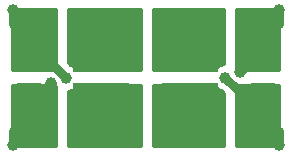
<source format=gtl>
G04 (created by PCBNEW (2013-04-21 BZR 4107)-testing) date Thursday, 06 June 2013 15:24:26*
%MOIN*%
G04 Gerber Fmt 3.4, Leading zero omitted, Abs format*
%FSLAX34Y34*%
G01*
G70*
G90*
G04 APERTURE LIST*
%ADD10C,0*%
%ADD11R,0.0787402X0.0393701*%
%ADD12C,0.0393701*%
%ADD13C,0.0295276*%
%ADD14C,0.0393701*%
%ADD15C,0.019685*%
%ADD16C,0.01*%
G04 APERTURE END LIST*
G54D10*
G54D11*
X57834Y-33070D03*
X57834Y-32381D03*
X57834Y-31692D03*
X55944Y-31692D03*
X55944Y-32381D03*
X55944Y-33070D03*
X60787Y-33070D03*
X60787Y-32381D03*
X60787Y-31692D03*
X58897Y-31692D03*
X58897Y-32381D03*
X58897Y-33070D03*
X63740Y-33070D03*
X63740Y-32381D03*
X63740Y-31692D03*
X61850Y-31692D03*
X61850Y-32381D03*
X61850Y-33070D03*
X57834Y-30905D03*
X57834Y-30216D03*
X57834Y-29527D03*
X55944Y-29527D03*
X55944Y-30216D03*
X55944Y-30905D03*
X60787Y-30905D03*
X60787Y-30216D03*
X60787Y-29527D03*
X58897Y-29527D03*
X58897Y-30216D03*
X58897Y-30905D03*
X63740Y-30905D03*
X63740Y-30216D03*
X63740Y-29527D03*
X61850Y-29527D03*
X61850Y-30216D03*
X61850Y-30905D03*
G54D12*
X56692Y-31496D03*
X55413Y-33562D03*
X57185Y-31299D03*
X55413Y-29035D03*
X62500Y-31299D03*
X64271Y-33562D03*
X62992Y-31102D03*
X64271Y-29035D03*
G54D13*
X55944Y-31692D02*
X56496Y-31692D01*
X56496Y-31692D02*
X56692Y-31496D01*
X55413Y-33070D02*
X55944Y-33070D01*
X55413Y-33562D02*
X55413Y-33070D01*
G54D14*
X55944Y-32381D02*
X55944Y-33070D01*
X55944Y-31692D02*
X55944Y-32381D01*
G54D13*
X56791Y-30905D02*
X55944Y-30905D01*
X57185Y-31299D02*
X56791Y-30905D01*
X55413Y-29035D02*
X55413Y-29527D01*
X55413Y-29527D02*
X55944Y-29527D01*
G54D14*
X55944Y-30216D02*
X55944Y-30905D01*
X55944Y-29527D02*
X55944Y-30216D01*
G54D13*
X63740Y-31692D02*
X62893Y-31692D01*
X62893Y-31692D02*
X62500Y-31299D01*
X64271Y-33070D02*
X63740Y-33070D01*
X64271Y-33562D02*
X64271Y-33070D01*
G54D14*
X63740Y-32381D02*
X63740Y-33070D01*
X63740Y-31692D02*
X63740Y-32381D01*
G54D13*
X63188Y-30905D02*
X62992Y-31102D01*
X63740Y-30905D02*
X63188Y-30905D01*
X64271Y-29527D02*
X63740Y-29527D01*
X64271Y-29035D02*
X64271Y-29527D01*
G54D14*
X63740Y-30216D02*
X63740Y-30905D01*
X63740Y-29527D02*
X63740Y-30216D01*
G54D15*
X58366Y-30216D02*
X58366Y-30905D01*
X58366Y-30905D02*
X58385Y-30905D01*
X58366Y-30216D02*
X58366Y-29527D01*
G54D14*
X57834Y-30905D02*
X58385Y-30905D01*
X58385Y-30905D02*
X58897Y-30905D01*
X57834Y-30216D02*
X58366Y-30216D01*
X58366Y-30216D02*
X58897Y-30216D01*
X57834Y-29527D02*
X58366Y-29527D01*
X58366Y-29527D02*
X58897Y-29527D01*
G54D15*
X58366Y-32381D02*
X58366Y-33070D01*
X58366Y-31692D02*
X58366Y-32381D01*
G54D14*
X57834Y-33070D02*
X58366Y-33070D01*
X58366Y-33070D02*
X58897Y-33070D01*
X57834Y-32381D02*
X58366Y-32381D01*
X58366Y-32381D02*
X58897Y-32381D01*
X57834Y-31692D02*
X58366Y-31692D01*
X58366Y-31692D02*
X58897Y-31692D01*
G54D15*
X61318Y-30905D02*
X61318Y-30216D01*
X61318Y-29527D02*
X61318Y-30216D01*
G54D14*
X60787Y-29527D02*
X61318Y-29527D01*
X61318Y-29527D02*
X61850Y-29527D01*
X60787Y-30216D02*
X61318Y-30216D01*
X61318Y-30216D02*
X61850Y-30216D01*
X60787Y-30905D02*
X61318Y-30905D01*
X61318Y-30905D02*
X61850Y-30905D01*
G54D15*
X61318Y-33070D02*
X61318Y-32381D01*
X61318Y-31692D02*
X61318Y-32381D01*
G54D14*
X60787Y-31692D02*
X61318Y-31692D01*
X61318Y-31692D02*
X61850Y-31692D01*
X60787Y-32381D02*
X61318Y-32381D01*
X61318Y-32381D02*
X61850Y-32381D01*
X60787Y-33070D02*
X61318Y-33070D01*
X61318Y-33070D02*
X61850Y-33070D01*
G54D10*
G36*
X56839Y-33578D02*
X55397Y-33578D01*
X55397Y-31546D01*
X56803Y-31546D01*
X56805Y-31552D01*
X56839Y-31585D01*
X56839Y-33578D01*
X56839Y-33578D01*
G37*
G54D16*
X56839Y-33578D02*
X55397Y-33578D01*
X55397Y-31546D01*
X56803Y-31546D01*
X56805Y-31552D01*
X56839Y-31585D01*
X56839Y-33578D01*
G54D10*
G36*
X64287Y-33578D02*
X62845Y-33578D01*
X62845Y-31546D01*
X62895Y-31546D01*
X62902Y-31549D01*
X63080Y-31549D01*
X63088Y-31546D01*
X64287Y-31546D01*
X64287Y-33578D01*
X64287Y-33578D01*
G37*
G54D16*
X64287Y-33578D02*
X62845Y-33578D01*
X62845Y-31546D01*
X62895Y-31546D01*
X62902Y-31549D01*
X63080Y-31549D01*
X63088Y-31546D01*
X64287Y-31546D01*
X64287Y-33578D01*
G54D10*
G36*
X62450Y-33578D02*
X60089Y-33578D01*
X60089Y-31546D01*
X62118Y-31546D01*
X62120Y-31552D01*
X62246Y-31677D01*
X62365Y-31727D01*
X62450Y-31811D01*
X62450Y-33578D01*
X62450Y-33578D01*
G37*
G54D16*
X62450Y-33578D02*
X60089Y-33578D01*
X60089Y-31546D01*
X62118Y-31546D01*
X62120Y-31552D01*
X62246Y-31677D01*
X62365Y-31727D01*
X62450Y-31811D01*
X62450Y-33578D01*
G54D10*
G36*
X59694Y-31052D02*
X57566Y-31052D01*
X57564Y-31046D01*
X57438Y-30920D01*
X57319Y-30871D01*
X57235Y-30786D01*
X57235Y-29019D01*
X59694Y-29019D01*
X59694Y-31052D01*
X59694Y-31052D01*
G37*
G54D16*
X59694Y-31052D02*
X57566Y-31052D01*
X57564Y-31046D01*
X57438Y-30920D01*
X57319Y-30871D01*
X57235Y-30786D01*
X57235Y-29019D01*
X59694Y-29019D01*
X59694Y-31052D01*
G54D10*
G36*
X62450Y-30852D02*
X62411Y-30852D01*
X62247Y-30920D01*
X62121Y-31045D01*
X62118Y-31052D01*
X60089Y-31052D01*
X60089Y-29019D01*
X62450Y-29019D01*
X62450Y-30852D01*
X62450Y-30852D01*
G37*
G54D16*
X62450Y-30852D02*
X62411Y-30852D01*
X62247Y-30920D01*
X62121Y-31045D01*
X62118Y-31052D01*
X60089Y-31052D01*
X60089Y-29019D01*
X62450Y-29019D01*
X62450Y-30852D01*
G54D10*
G36*
X64287Y-31052D02*
X62881Y-31052D01*
X62879Y-31046D01*
X62845Y-31012D01*
X62845Y-29019D01*
X64287Y-29019D01*
X64287Y-31052D01*
X64287Y-31052D01*
G37*
G54D16*
X64287Y-31052D02*
X62881Y-31052D01*
X62879Y-31046D01*
X62845Y-31012D01*
X62845Y-29019D01*
X64287Y-29019D01*
X64287Y-31052D01*
G54D10*
G36*
X59694Y-33578D02*
X57235Y-33578D01*
X57235Y-31746D01*
X57273Y-31746D01*
X57437Y-31678D01*
X57563Y-31552D01*
X57566Y-31546D01*
X59694Y-31546D01*
X59694Y-33578D01*
X59694Y-33578D01*
G37*
G54D16*
X59694Y-33578D02*
X57235Y-33578D01*
X57235Y-31746D01*
X57273Y-31746D01*
X57437Y-31678D01*
X57563Y-31552D01*
X57566Y-31546D01*
X59694Y-31546D01*
X59694Y-33578D01*
G54D10*
G36*
X56839Y-31052D02*
X56789Y-31052D01*
X56782Y-31049D01*
X56604Y-31049D01*
X56596Y-31052D01*
X55397Y-31052D01*
X55397Y-29019D01*
X56839Y-29019D01*
X56839Y-31052D01*
X56839Y-31052D01*
G37*
G54D16*
X56839Y-31052D02*
X56789Y-31052D01*
X56782Y-31049D01*
X56604Y-31049D01*
X56596Y-31052D01*
X55397Y-31052D01*
X55397Y-29019D01*
X56839Y-29019D01*
X56839Y-31052D01*
M02*

</source>
